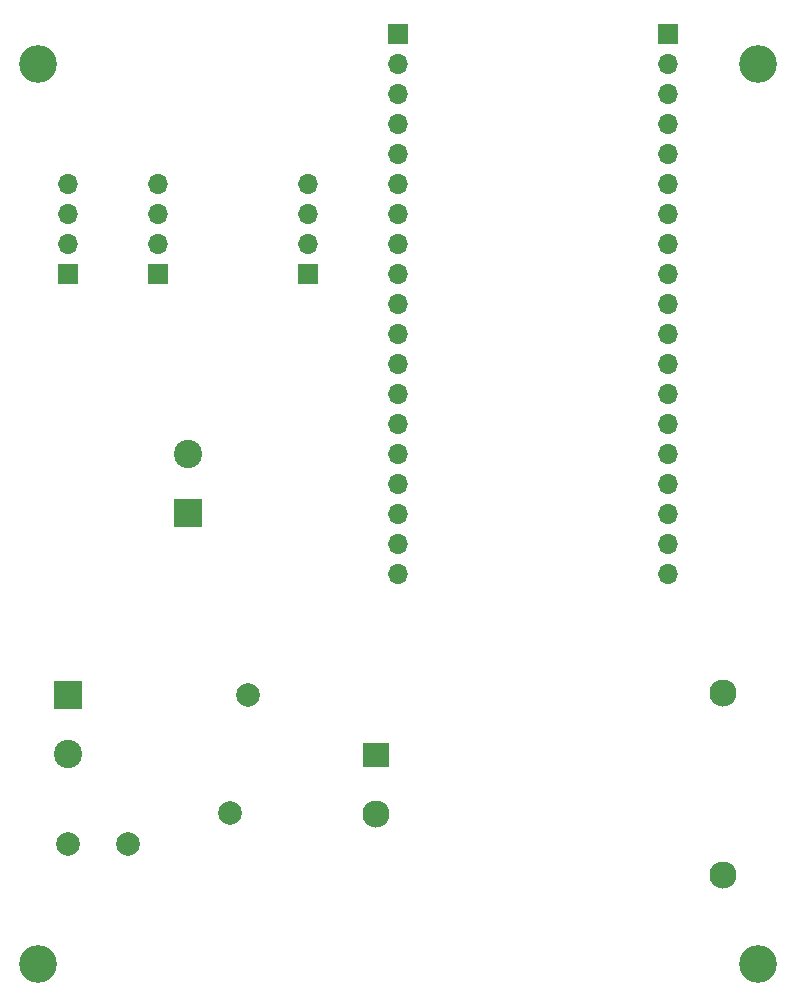
<source format=gbr>
%TF.GenerationSoftware,KiCad,Pcbnew,7.0.2*%
%TF.CreationDate,2023-04-25T18:44:45+02:00*%
%TF.ProjectId,em_schematic,656d5f73-6368-4656-9d61-7469632e6b69,rev?*%
%TF.SameCoordinates,Original*%
%TF.FileFunction,Soldermask,Bot*%
%TF.FilePolarity,Negative*%
%FSLAX46Y46*%
G04 Gerber Fmt 4.6, Leading zero omitted, Abs format (unit mm)*
G04 Created by KiCad (PCBNEW 7.0.2) date 2023-04-25 18:44:45*
%MOMM*%
%LPD*%
G01*
G04 APERTURE LIST*
%ADD10R,2.400000X2.400000*%
%ADD11C,2.400000*%
%ADD12C,2.000000*%
%ADD13R,1.700000X1.700000*%
%ADD14O,1.700000X1.700000*%
%ADD15C,3.200000*%
%ADD16C,2.300000*%
%ADD17R,2.300000X2.000000*%
G04 APERTURE END LIST*
D10*
%TO.C,C1*%
X109220000Y-114220000D03*
D11*
X109220000Y-109220000D03*
%TD*%
%TO.C,J6*%
X99060000Y-134620000D03*
D10*
X99060000Y-129620000D03*
%TD*%
D12*
%TO.C,RV1*%
X112800000Y-139620000D03*
X114300000Y-129620000D03*
%TD*%
D13*
%TO.C,J4*%
X119380000Y-93980000D03*
D14*
X119380000Y-91440000D03*
X119380000Y-88900000D03*
X119380000Y-86360000D03*
%TD*%
D13*
%TO.C,J5*%
X106680000Y-93980000D03*
D14*
X106680000Y-91440000D03*
X106680000Y-88900000D03*
X106680000Y-86360000D03*
%TD*%
D13*
%TO.C,J2*%
X149860000Y-73660000D03*
D14*
X149860000Y-76200000D03*
X149860000Y-78740000D03*
X149860000Y-81280000D03*
X149860000Y-83820000D03*
X149860000Y-86360000D03*
X149860000Y-88900000D03*
X149860000Y-91440000D03*
X149860000Y-93980000D03*
X149860000Y-96520000D03*
X149860000Y-99060000D03*
X149860000Y-101600000D03*
X149860000Y-104140000D03*
X149860000Y-106680000D03*
X149860000Y-109220000D03*
X149860000Y-111760000D03*
X149860000Y-114300000D03*
X149860000Y-116840000D03*
X149860000Y-119380000D03*
%TD*%
D13*
%TO.C,J1*%
X127000000Y-73660000D03*
D14*
X127000000Y-76200000D03*
X127000000Y-78740000D03*
X127000000Y-81280000D03*
X127000000Y-83820000D03*
X127000000Y-86360000D03*
X127000000Y-88900000D03*
X127000000Y-91440000D03*
X127000000Y-93980000D03*
X127000000Y-96520000D03*
X127000000Y-99060000D03*
X127000000Y-101600000D03*
X127000000Y-104140000D03*
X127000000Y-106680000D03*
X127000000Y-109220000D03*
X127000000Y-111760000D03*
X127000000Y-114300000D03*
X127000000Y-116840000D03*
X127000000Y-119380000D03*
%TD*%
D15*
%TO.C,REF\u002A\u002A*%
X96520000Y-76200000D03*
%TD*%
D12*
%TO.C,F1*%
X104140000Y-142240000D03*
X99060000Y-142230000D03*
%TD*%
D15*
%TO.C,REF\u002A\u002A*%
X157480000Y-152400000D03*
%TD*%
%TO.C,REF\u002A\u002A*%
X157480000Y-76200000D03*
%TD*%
D13*
%TO.C,J3*%
X99060000Y-93980000D03*
D14*
X99060000Y-91440000D03*
X99060000Y-88900000D03*
X99060000Y-86360000D03*
%TD*%
D16*
%TO.C,PS1*%
X154537500Y-144860000D03*
X154537500Y-129460000D03*
X125137500Y-139660000D03*
D17*
X125137500Y-134660000D03*
%TD*%
D15*
%TO.C,REF\u002A\u002A*%
X96520000Y-152400000D03*
%TD*%
M02*

</source>
